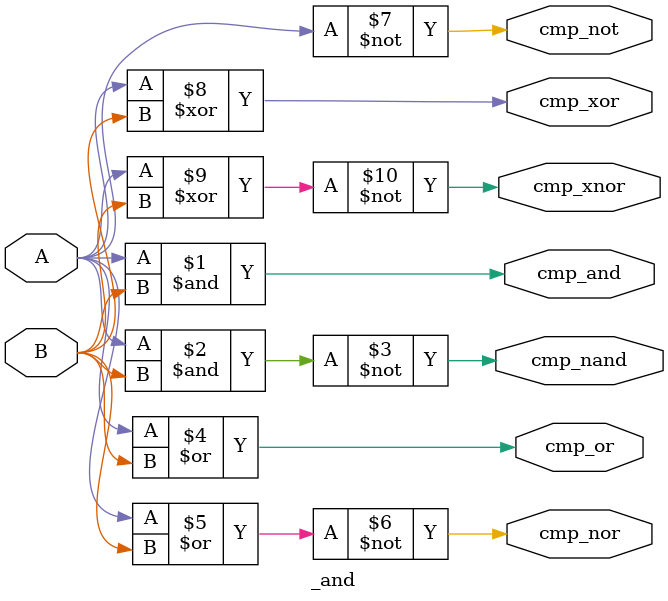
<source format=v>

module  _and(
    input A,
    input B,
    output cmp_and,
    output cmp_nand,
    output cmp_or,
    output cmp_nor,
    output cmp_not,
    output cmp_xor,
    output cmp_xnor
);
    
//2.declara señales/elementos internos
//3.Comportamiento del modulo
assign cmp_and = A&B;
assign cmp_nand = ~(A&B);
assign cmp_or = A | B;
assign cmp_nor = ~(A | B);
assign cmp_not = ~(A);
assign cmp_xor = A^B;
assign cmp_xnor = ~(A^B);


endmodule

</source>
